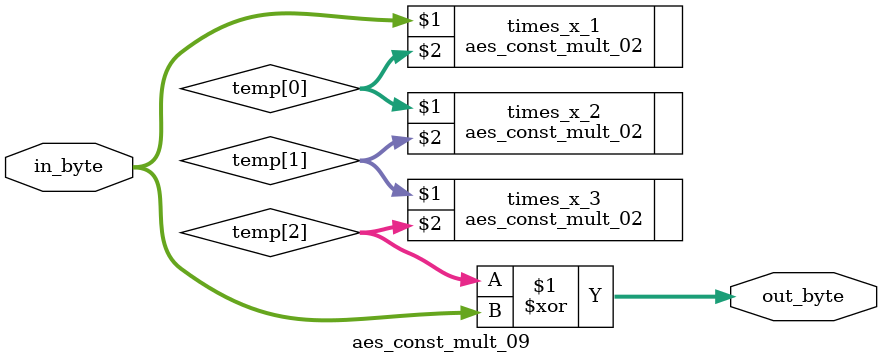
<source format=sv>
module inv_mix_columns(in_key, out_key);

input [0:127] in_key;
output [0:127] out_key;

column_slice c0(in_key[0:31], out_key[0:31]);
column_slice c1(in_key[32:63], out_key[32:63]);
column_slice c2(in_key[64:95], out_key[64:95]);
column_slice c3(in_key[96:127], out_key[96:127]);

endmodule

module column_slice(in_word, out_word);

input [0:31] in_word;
output [0:31] out_word;

wire [7:0] in_bytes[0:3];
wire [7:0] in_bytes_0e[0:3];
wire [7:0] in_bytes_0b[0:3];
wire [7:0] in_bytes_0d[0:3];
wire [7:0] in_bytes_09[0:3];

wire [7:0] out_bytes[0:3];

assign in_bytes[0] = in_word[0:7];
assign in_bytes[1] = in_word[8:15];
assign in_bytes[2] = in_word[16:23];
assign in_bytes[3] = in_word[24:31];

genvar i;
generate
    for(i = 0; i < 4; i=i+1)
        begin: multiplier_instances
        aes_const_mult_0e m_0e(in_bytes[i], in_bytes_0e[i]);
        aes_const_mult_0b m_0b(in_bytes[i], in_bytes_0b[i]);
        aes_const_mult_0d m_0d(in_bytes[i], in_bytes_0d[i]);
        aes_const_mult_09 m_09(in_bytes[i], in_bytes_09[i]);
        end
endgenerate

assign out_bytes[0] = in_bytes_0e[0] ^ in_bytes_0b[1] ^ in_bytes_0d[2] ^ in_bytes_09[3];
assign out_bytes[1] = in_bytes_09[0] ^ in_bytes_0e[1] ^ in_bytes_0b[2] ^ in_bytes_0d[3];
assign out_bytes[2] = in_bytes_0d[0] ^ in_bytes_09[1] ^ in_bytes_0e[2] ^ in_bytes_0b[3];
assign out_bytes[3] = in_bytes_0b[0] ^ in_bytes_0d[1] ^ in_bytes_09[2] ^ in_bytes_0e[3];

assign out_word = {out_bytes[0], out_bytes[1], out_bytes[2], out_bytes[3]};

endmodule

/* 
    we need to implement custom multipliers for AES-field
    we need 0e, 0b, 0d, 09
    0e = 00001110
    0b = 00001011
    0d = 00001101
    09 = 00001001
*/
module aes_const_mult_0e(in_byte, out_byte);

input [7:0] in_byte;
output [7:0] out_byte;

wire [7:0] temp[0:2];
aes_const_mult_02 times_x_1(in_byte, temp[0]);
aes_const_mult_02 times_x_2(temp[0], temp[1]);
aes_const_mult_02 times_x_3(temp[1], temp[2]);

assign out_byte = temp[2] ^ temp[1] ^ temp[0];

endmodule

module aes_const_mult_0b(in_byte, out_byte);

input [7:0] in_byte;
output [7:0] out_byte;

wire [7:0] temp[0:2];

aes_const_mult_02 times_x_1(in_byte, temp[0]);
aes_const_mult_02 times_x_2(temp[0], temp[1]);
aes_const_mult_02 times_x_3(temp[1], temp[2]);

assign out_byte = temp[2] ^ temp[0] ^ in_byte;

endmodule

module aes_const_mult_0d(in_byte, out_byte);

input [7:0] in_byte;
output [7:0] out_byte;

wire [7:0] temp[0:2];

aes_const_mult_02 times_x_1(in_byte, temp[0]);
aes_const_mult_02 times_x_2(temp[0], temp[1]);
aes_const_mult_02 times_x_3(temp[1], temp[2]);

assign out_byte = temp[2] ^ temp[1] ^ in_byte;

endmodule

module aes_const_mult_09(in_byte, out_byte);

input [7:0] in_byte;
output [7:0] out_byte;

wire [7:0] temp[0:2];

aes_const_mult_02 times_x_1(in_byte, temp[0]);
aes_const_mult_02 times_x_2(temp[0], temp[1]);
aes_const_mult_02 times_x_3(temp[1], temp[2]);

assign out_byte = temp[2] ^ in_byte;

endmodule
</source>
